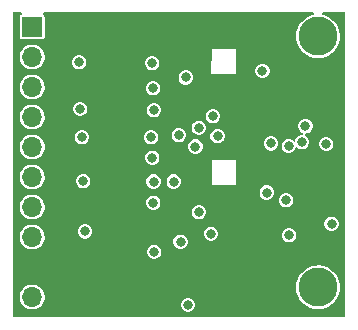
<source format=gbr>
%TF.GenerationSoftware,KiCad,Pcbnew,(5.99.0-3293-g62433736b)*%
%TF.CreationDate,2020-09-21T11:37:00+07:00*%
%TF.ProjectId,IMU_board,494d555f-626f-4617-9264-2e6b69636164,rev?*%
%TF.SameCoordinates,Original*%
%TF.FileFunction,Copper,L2,Inr*%
%TF.FilePolarity,Positive*%
%FSLAX46Y46*%
G04 Gerber Fmt 4.6, Leading zero omitted, Abs format (unit mm)*
G04 Created by KiCad (PCBNEW (5.99.0-3293-g62433736b)) date 2020-09-21 11:37:00*
%MOMM*%
%LPD*%
G01*
G04 APERTURE LIST*
%TA.AperFunction,ComponentPad*%
%ADD10R,1.700000X1.700000*%
%TD*%
%TA.AperFunction,ComponentPad*%
%ADD11O,1.700000X1.700000*%
%TD*%
%TA.AperFunction,ViaPad*%
%ADD12C,0.800000*%
%TD*%
%TA.AperFunction,ViaPad*%
%ADD13C,3.300000*%
%TD*%
G04 APERTURE END LIST*
D10*
%TO.N,LSM6D3_CS*%
%TO.C,J1*%
X125050000Y-86960000D03*
D11*
%TO.N,ICM20948_CS_3.3v*%
X125050000Y-89500000D03*
%TO.N,ICM20948_DRDY_3.3v*%
X125050000Y-92040000D03*
%TO.N,IMU_MISO_3.3v*%
X125050000Y-94580000D03*
%TO.N,MPU9250_CS*%
X125050000Y-97120000D03*
%TO.N,Net-(J1-Pad6)*%
X125050000Y-99660000D03*
%TO.N,IMU_MOSI_3.3v*%
X125050000Y-102200000D03*
%TO.N,IMU_CLK_3.3v*%
X125050000Y-104740000D03*
%TO.N,GND*%
X125050000Y-107280000D03*
%TO.N,+5V*%
X125050000Y-109820000D03*
%TD*%
D12*
%TO.N,GND*%
X150425000Y-105225000D03*
D13*
%TO.N,*%
X149250000Y-87750000D03*
X149250000Y-109000000D03*
D12*
%TO.N,MPU9250_CS*%
X140750000Y-96212500D03*
%TO.N,IMU_MOSI_3.3v*%
X139150000Y-102637500D03*
X146762500Y-97037500D03*
%TO.N,IMU_MOSI*%
X135325000Y-100050000D03*
X137025000Y-100050000D03*
%TO.N,IMU_MISO_3.3v*%
X145275000Y-96825000D03*
X138875000Y-97087500D03*
%TO.N,IMU_MISO*%
X135142500Y-96307500D03*
X137450000Y-96125000D03*
%TO.N,IMU_CLK_3.3v*%
X139162170Y-95487830D03*
X137611299Y-105138701D03*
X147875000Y-96725000D03*
%TO.N,ICM20948_DRDY*%
X140350000Y-94525000D03*
X135295000Y-92150000D03*
%TO.N,GND*%
X138100000Y-89512500D03*
X144500000Y-108775000D03*
X138325000Y-108775000D03*
X143162500Y-92962500D03*
X134950000Y-110650000D03*
X138600000Y-98725000D03*
X128800000Y-110475000D03*
X148900000Y-94550000D03*
X150100000Y-98125000D03*
X141925000Y-95962500D03*
X146400000Y-93225000D03*
X142475000Y-102612500D03*
X146662500Y-102862500D03*
%TO.N,+3V3*%
X129528799Y-104273799D03*
X129025000Y-89955000D03*
X150400000Y-103625000D03*
X149950000Y-96875000D03*
X146825000Y-104600000D03*
X129120000Y-93900000D03*
X140200000Y-104462500D03*
X129387889Y-100012111D03*
X144900000Y-100975000D03*
X138250000Y-110500000D03*
X129250000Y-96300000D03*
X146556250Y-101631250D03*
%TO.N,+1V8*%
X135225000Y-90030000D03*
X135378799Y-105998799D03*
X144550000Y-90687500D03*
X138050000Y-91237500D03*
X135345000Y-94000000D03*
X135312889Y-101837111D03*
X135227500Y-98032500D03*
%TO.N,LSM6D3_CS*%
X148187500Y-95362500D03*
%TD*%
%TA.AperFunction,Conductor*%
%TO.N,GND*%
G36*
X124105623Y-85720502D02*
G01*
X124152116Y-85774158D01*
X124162220Y-85844432D01*
X124107505Y-85931265D01*
X124055807Y-85965809D01*
X124011603Y-86031964D01*
X123996082Y-86109998D01*
X123996082Y-87810002D01*
X124011603Y-87888036D01*
X124055808Y-87954192D01*
X124121964Y-87998397D01*
X124199998Y-88013918D01*
X125900002Y-88013918D01*
X125978036Y-87998397D01*
X126044192Y-87954192D01*
X126088397Y-87888036D01*
X126103918Y-87810002D01*
X126103918Y-86109998D01*
X126088397Y-86031964D01*
X126044193Y-85965809D01*
X125992495Y-85931265D01*
X125946968Y-85876787D01*
X125938121Y-85806344D01*
X125968762Y-85742300D01*
X126062498Y-85700500D01*
X148792322Y-85700500D01*
X148860443Y-85720502D01*
X148906936Y-85774158D01*
X148917040Y-85844432D01*
X148887546Y-85909012D01*
X148818519Y-85949747D01*
X148703679Y-85974157D01*
X148397839Y-86098968D01*
X148380455Y-86110000D01*
X148118933Y-86275966D01*
X147875782Y-86499555D01*
X147749601Y-86665793D01*
X147676065Y-86762673D01*
X147526100Y-87056997D01*
X147430625Y-87373225D01*
X147392658Y-87701364D01*
X147413399Y-88031039D01*
X147452333Y-88189550D01*
X147492192Y-88351831D01*
X147626550Y-88653602D01*
X147649281Y-88687049D01*
X147801946Y-88911688D01*
X147812222Y-88926809D01*
X148043340Y-89162819D01*
X148312598Y-89354171D01*
X148611485Y-89494816D01*
X148611487Y-89494817D01*
X148611488Y-89494817D01*
X148930559Y-89580312D01*
X149095143Y-89594133D01*
X149259726Y-89607954D01*
X149259728Y-89607954D01*
X149369349Y-89597592D01*
X149588594Y-89576867D01*
X149843117Y-89505801D01*
X149906749Y-89488035D01*
X150094978Y-89397042D01*
X150204148Y-89344268D01*
X150471389Y-89150105D01*
X150700024Y-88911687D01*
X150882823Y-88636553D01*
X150945331Y-88492105D01*
X151014013Y-88333391D01*
X151089443Y-88011792D01*
X151100623Y-87584836D01*
X151042127Y-87259729D01*
X150926985Y-86950119D01*
X150758834Y-86665793D01*
X150542991Y-86415736D01*
X150286279Y-86207855D01*
X150108282Y-86110000D01*
X149996815Y-86048720D01*
X149996814Y-86048720D01*
X149996811Y-86048718D01*
X149691350Y-85945919D01*
X149633167Y-85905234D01*
X149606217Y-85839551D01*
X149619055Y-85769725D01*
X149667606Y-85717925D01*
X149731539Y-85700500D01*
X151549501Y-85700500D01*
X151549500Y-111549500D01*
X123450500Y-111549500D01*
X123450500Y-109908289D01*
X123998620Y-109908289D01*
X124035791Y-110110817D01*
X124111596Y-110302279D01*
X124223139Y-110475359D01*
X124366182Y-110623484D01*
X124535269Y-110741003D01*
X124723962Y-110823441D01*
X124925077Y-110867659D01*
X125130943Y-110871970D01*
X125130945Y-110871970D01*
X125210436Y-110857954D01*
X125333731Y-110836215D01*
X125525715Y-110761748D01*
X125699570Y-110651415D01*
X125699572Y-110651414D01*
X125848690Y-110509411D01*
X125922421Y-110404890D01*
X137649500Y-110404890D01*
X137649500Y-110595110D01*
X137708281Y-110776019D01*
X137820090Y-110929910D01*
X137973981Y-111041719D01*
X138154890Y-111100500D01*
X138345110Y-111100500D01*
X138526019Y-111041719D01*
X138679910Y-110929910D01*
X138791719Y-110776019D01*
X138850500Y-110595110D01*
X138850500Y-110404890D01*
X138791719Y-110223981D01*
X138679910Y-110070090D01*
X138526019Y-109958281D01*
X138345110Y-109899500D01*
X138154890Y-109899500D01*
X137973981Y-109958281D01*
X137820090Y-110070090D01*
X137708281Y-110223981D01*
X137649500Y-110404890D01*
X125922421Y-110404890D01*
X125967387Y-110341148D01*
X126051140Y-110153035D01*
X126096760Y-109952237D01*
X126100045Y-109717042D01*
X126077233Y-109601831D01*
X126060050Y-109515050D01*
X125981579Y-109324668D01*
X125867629Y-109153160D01*
X125722535Y-109007049D01*
X125722533Y-109007047D01*
X125639981Y-108951364D01*
X147392658Y-108951364D01*
X147413399Y-109281039D01*
X147424116Y-109324670D01*
X147492192Y-109601831D01*
X147626550Y-109903602D01*
X147663710Y-109958281D01*
X147801946Y-110161688D01*
X147812222Y-110176809D01*
X148043340Y-110412819D01*
X148312598Y-110604171D01*
X148611485Y-110744816D01*
X148611487Y-110744817D01*
X148611488Y-110744817D01*
X148930559Y-110830312D01*
X149095144Y-110844133D01*
X149259726Y-110857954D01*
X149259728Y-110857954D01*
X149369349Y-110847592D01*
X149588594Y-110826867D01*
X149843117Y-110755801D01*
X149906749Y-110738035D01*
X150085934Y-110651414D01*
X150204148Y-110594268D01*
X150471389Y-110400105D01*
X150700024Y-110161687D01*
X150882823Y-109886553D01*
X150962517Y-109702391D01*
X151014013Y-109583391D01*
X151089443Y-109261792D01*
X151100623Y-108834836D01*
X151042127Y-108509729D01*
X150926985Y-108200119D01*
X150758834Y-107915793D01*
X150542991Y-107665736D01*
X150286279Y-107457855D01*
X149996811Y-107298718D01*
X149683737Y-107193357D01*
X149683734Y-107193356D01*
X149356956Y-107145102D01*
X149356953Y-107145102D01*
X149026788Y-107155478D01*
X148703679Y-107224157D01*
X148397839Y-107348968D01*
X148397836Y-107348970D01*
X148118933Y-107525966D01*
X147875782Y-107749555D01*
X147749601Y-107915793D01*
X147676065Y-108012673D01*
X147526100Y-108306997D01*
X147430625Y-108623225D01*
X147392658Y-108951364D01*
X125639981Y-108951364D01*
X125551822Y-108891900D01*
X125361996Y-108812105D01*
X125361995Y-108812105D01*
X125361993Y-108812104D01*
X125160289Y-108770700D01*
X125005853Y-108769621D01*
X124954375Y-108769262D01*
X124954374Y-108769262D01*
X124752106Y-108807847D01*
X124685307Y-108834836D01*
X124561186Y-108884984D01*
X124388883Y-108997736D01*
X124241762Y-109141808D01*
X124125426Y-109311711D01*
X124044308Y-109500976D01*
X124001495Y-109702391D01*
X123998924Y-109886553D01*
X123998620Y-109908289D01*
X123450500Y-109908289D01*
X123450500Y-105903689D01*
X134778299Y-105903689D01*
X134778299Y-106093909D01*
X134837080Y-106274818D01*
X134948889Y-106428709D01*
X135102780Y-106540518D01*
X135283689Y-106599299D01*
X135473909Y-106599299D01*
X135654818Y-106540518D01*
X135808709Y-106428709D01*
X135920518Y-106274818D01*
X135979299Y-106093909D01*
X135979299Y-105903689D01*
X135920518Y-105722780D01*
X135808709Y-105568889D01*
X135654818Y-105457080D01*
X135473909Y-105398299D01*
X135283689Y-105398299D01*
X135102780Y-105457080D01*
X134948889Y-105568889D01*
X134837080Y-105722780D01*
X134778299Y-105903689D01*
X123450500Y-105903689D01*
X123450500Y-104828289D01*
X123998620Y-104828289D01*
X124035791Y-105030817D01*
X124111596Y-105222279D01*
X124223139Y-105395359D01*
X124366182Y-105543484D01*
X124535269Y-105661003D01*
X124723962Y-105743441D01*
X124925077Y-105787659D01*
X125130943Y-105791970D01*
X125130945Y-105791970D01*
X125191736Y-105781251D01*
X125333731Y-105756215D01*
X125525715Y-105681748D01*
X125699570Y-105571415D01*
X125699572Y-105571414D01*
X125848690Y-105429411D01*
X125859054Y-105414720D01*
X125967386Y-105261149D01*
X125967387Y-105261148D01*
X126051140Y-105073035D01*
X126057829Y-105043591D01*
X137010799Y-105043591D01*
X137010799Y-105233811D01*
X137069580Y-105414720D01*
X137181389Y-105568611D01*
X137335280Y-105680420D01*
X137516189Y-105739201D01*
X137706409Y-105739201D01*
X137887318Y-105680420D01*
X138041209Y-105568611D01*
X138153018Y-105414720D01*
X138211799Y-105233811D01*
X138211799Y-105043591D01*
X138153018Y-104862682D01*
X138041209Y-104708791D01*
X137887318Y-104596982D01*
X137706409Y-104538201D01*
X137516189Y-104538201D01*
X137335280Y-104596982D01*
X137181389Y-104708791D01*
X137069580Y-104862682D01*
X137010799Y-105043591D01*
X126057829Y-105043591D01*
X126096760Y-104872237D01*
X126100045Y-104637042D01*
X126084317Y-104557610D01*
X126060050Y-104435050D01*
X125981579Y-104244668D01*
X125937743Y-104178689D01*
X128928299Y-104178689D01*
X128928299Y-104368909D01*
X128987080Y-104549818D01*
X129098889Y-104703709D01*
X129252780Y-104815518D01*
X129433689Y-104874299D01*
X129623909Y-104874299D01*
X129804818Y-104815518D01*
X129958709Y-104703709D01*
X130070518Y-104549818D01*
X130129299Y-104368909D01*
X130129299Y-104367390D01*
X139599500Y-104367390D01*
X139599500Y-104557610D01*
X139658281Y-104738519D01*
X139770090Y-104892410D01*
X139923981Y-105004219D01*
X140104890Y-105063000D01*
X140295110Y-105063000D01*
X140476019Y-105004219D01*
X140629910Y-104892410D01*
X140741719Y-104738519D01*
X140800500Y-104557610D01*
X140800500Y-104504890D01*
X146224500Y-104504890D01*
X146224500Y-104695110D01*
X146283281Y-104876019D01*
X146395090Y-105029910D01*
X146548981Y-105141719D01*
X146729890Y-105200500D01*
X146920110Y-105200500D01*
X147101019Y-105141719D01*
X147254910Y-105029910D01*
X147366719Y-104876019D01*
X147425500Y-104695110D01*
X147425500Y-104504890D01*
X147366719Y-104323981D01*
X147254910Y-104170090D01*
X147101019Y-104058281D01*
X146920110Y-103999500D01*
X146729890Y-103999500D01*
X146548981Y-104058281D01*
X146395090Y-104170090D01*
X146283281Y-104323981D01*
X146224500Y-104504890D01*
X140800500Y-104504890D01*
X140800500Y-104367390D01*
X140741719Y-104186481D01*
X140629910Y-104032590D01*
X140476019Y-103920781D01*
X140295110Y-103862000D01*
X140104890Y-103862000D01*
X139923981Y-103920781D01*
X139770090Y-104032590D01*
X139658281Y-104186481D01*
X139599500Y-104367390D01*
X130129299Y-104367390D01*
X130129299Y-104178689D01*
X130070518Y-103997780D01*
X129958709Y-103843889D01*
X129804818Y-103732080D01*
X129623909Y-103673299D01*
X129433689Y-103673299D01*
X129252780Y-103732080D01*
X129098889Y-103843889D01*
X128987080Y-103997780D01*
X128928299Y-104178689D01*
X125937743Y-104178689D01*
X125867629Y-104073160D01*
X125722535Y-103927049D01*
X125722533Y-103927047D01*
X125551822Y-103811900D01*
X125361996Y-103732105D01*
X125361995Y-103732105D01*
X125361993Y-103732104D01*
X125160289Y-103690700D01*
X125005853Y-103689621D01*
X124954375Y-103689262D01*
X124954374Y-103689262D01*
X124752106Y-103727847D01*
X124656646Y-103766416D01*
X124561186Y-103804984D01*
X124388883Y-103917736D01*
X124241762Y-104061808D01*
X124125426Y-104231711D01*
X124044308Y-104420976D01*
X124026471Y-104504890D01*
X124001495Y-104622391D01*
X123998620Y-104828289D01*
X123450500Y-104828289D01*
X123450500Y-103529890D01*
X149799500Y-103529890D01*
X149799500Y-103720110D01*
X149858281Y-103901019D01*
X149970090Y-104054910D01*
X150123981Y-104166719D01*
X150304890Y-104225500D01*
X150495110Y-104225500D01*
X150676019Y-104166719D01*
X150829910Y-104054910D01*
X150941719Y-103901019D01*
X151000500Y-103720110D01*
X151000500Y-103529890D01*
X150941719Y-103348981D01*
X150829910Y-103195090D01*
X150676019Y-103083281D01*
X150495110Y-103024500D01*
X150304890Y-103024500D01*
X150123981Y-103083281D01*
X149970090Y-103195090D01*
X149858281Y-103348981D01*
X149799500Y-103529890D01*
X123450500Y-103529890D01*
X123450500Y-102288289D01*
X123998620Y-102288289D01*
X124035791Y-102490817D01*
X124111596Y-102682279D01*
X124223139Y-102855359D01*
X124366182Y-103003484D01*
X124535269Y-103121003D01*
X124723962Y-103203441D01*
X124925077Y-103247659D01*
X125130943Y-103251970D01*
X125130945Y-103251970D01*
X125210175Y-103238000D01*
X125333731Y-103216215D01*
X125525715Y-103141748D01*
X125699570Y-103031415D01*
X125699572Y-103031414D01*
X125848690Y-102889411D01*
X125967387Y-102721148D01*
X126046974Y-102542390D01*
X138549500Y-102542390D01*
X138549500Y-102732610D01*
X138608281Y-102913519D01*
X138720090Y-103067410D01*
X138873981Y-103179219D01*
X139054890Y-103238000D01*
X139245110Y-103238000D01*
X139426019Y-103179219D01*
X139579910Y-103067410D01*
X139691719Y-102913519D01*
X139750500Y-102732610D01*
X139750500Y-102542390D01*
X139691719Y-102361481D01*
X139579910Y-102207590D01*
X139426019Y-102095781D01*
X139245110Y-102037000D01*
X139054890Y-102037000D01*
X138873981Y-102095781D01*
X138720090Y-102207590D01*
X138608281Y-102361481D01*
X138549500Y-102542390D01*
X126046974Y-102542390D01*
X126051140Y-102533035D01*
X126096760Y-102332237D01*
X126100045Y-102097042D01*
X126100045Y-102097040D01*
X126060050Y-101895050D01*
X125996967Y-101742001D01*
X134712389Y-101742001D01*
X134712389Y-101932221D01*
X134771170Y-102113130D01*
X134882979Y-102267021D01*
X135036870Y-102378830D01*
X135217779Y-102437611D01*
X135407999Y-102437611D01*
X135588908Y-102378830D01*
X135742799Y-102267021D01*
X135854608Y-102113130D01*
X135913389Y-101932221D01*
X135913389Y-101742001D01*
X135854608Y-101561092D01*
X135742799Y-101407201D01*
X135588908Y-101295392D01*
X135407999Y-101236611D01*
X135217779Y-101236611D01*
X135036870Y-101295392D01*
X134882979Y-101407201D01*
X134771170Y-101561092D01*
X134712389Y-101742001D01*
X125996967Y-101742001D01*
X125981579Y-101704668D01*
X125867629Y-101533160D01*
X125722535Y-101387049D01*
X125722533Y-101387047D01*
X125551822Y-101271900D01*
X125361996Y-101192105D01*
X125361995Y-101192105D01*
X125361993Y-101192104D01*
X125160289Y-101150700D01*
X125005853Y-101149622D01*
X124954375Y-101149262D01*
X124954374Y-101149262D01*
X124752106Y-101187847D01*
X124656647Y-101226415D01*
X124561186Y-101264984D01*
X124388883Y-101377736D01*
X124241762Y-101521808D01*
X124125426Y-101691711D01*
X124044308Y-101880976D01*
X124011143Y-102037000D01*
X124001495Y-102082391D01*
X123998620Y-102288289D01*
X123450500Y-102288289D01*
X123450500Y-100879890D01*
X144299500Y-100879890D01*
X144299500Y-101070110D01*
X144358281Y-101251019D01*
X144470090Y-101404910D01*
X144623981Y-101516719D01*
X144804890Y-101575500D01*
X144995110Y-101575500D01*
X145116247Y-101536140D01*
X145955750Y-101536140D01*
X145955750Y-101726360D01*
X146014531Y-101907269D01*
X146126340Y-102061160D01*
X146280231Y-102172969D01*
X146461140Y-102231750D01*
X146651360Y-102231750D01*
X146832269Y-102172969D01*
X146986160Y-102061160D01*
X147097969Y-101907269D01*
X147156750Y-101726360D01*
X147156750Y-101536140D01*
X147097969Y-101355231D01*
X146986160Y-101201340D01*
X146832269Y-101089531D01*
X146651360Y-101030750D01*
X146461140Y-101030750D01*
X146280231Y-101089531D01*
X146126340Y-101201340D01*
X146014531Y-101355231D01*
X145955750Y-101536140D01*
X145116247Y-101536140D01*
X145176019Y-101516719D01*
X145329910Y-101404910D01*
X145441719Y-101251019D01*
X145500500Y-101070110D01*
X145500500Y-100879890D01*
X145441719Y-100698981D01*
X145329910Y-100545090D01*
X145176019Y-100433281D01*
X144995110Y-100374500D01*
X144804890Y-100374500D01*
X144623981Y-100433281D01*
X144470090Y-100545090D01*
X144358281Y-100698981D01*
X144299500Y-100879890D01*
X123450500Y-100879890D01*
X123450500Y-99748289D01*
X123998620Y-99748289D01*
X124035791Y-99950817D01*
X124111596Y-100142279D01*
X124223139Y-100315359D01*
X124366182Y-100463484D01*
X124535269Y-100581003D01*
X124723962Y-100663441D01*
X124925077Y-100707659D01*
X125130943Y-100711970D01*
X125130945Y-100711970D01*
X125204611Y-100698981D01*
X125333731Y-100676215D01*
X125525715Y-100601748D01*
X125699570Y-100491415D01*
X125699572Y-100491414D01*
X125848690Y-100349411D01*
X125865192Y-100326019D01*
X125967386Y-100181149D01*
X125967387Y-100181148D01*
X126051140Y-99993035D01*
X126068414Y-99917001D01*
X128787389Y-99917001D01*
X128787389Y-100107221D01*
X128846170Y-100288130D01*
X128957979Y-100442021D01*
X129111870Y-100553830D01*
X129292779Y-100612611D01*
X129482999Y-100612611D01*
X129663908Y-100553830D01*
X129817799Y-100442021D01*
X129929608Y-100288130D01*
X129988389Y-100107221D01*
X129988389Y-99954890D01*
X134724500Y-99954890D01*
X134724500Y-100145110D01*
X134783281Y-100326019D01*
X134895090Y-100479910D01*
X135048981Y-100591719D01*
X135229890Y-100650500D01*
X135420110Y-100650500D01*
X135601019Y-100591719D01*
X135754910Y-100479910D01*
X135866719Y-100326019D01*
X135925500Y-100145110D01*
X135925500Y-99954890D01*
X136424500Y-99954890D01*
X136424500Y-100145110D01*
X136483281Y-100326019D01*
X136595090Y-100479910D01*
X136748981Y-100591719D01*
X136929890Y-100650500D01*
X137120110Y-100650500D01*
X137301019Y-100591719D01*
X137454910Y-100479910D01*
X137566719Y-100326019D01*
X137625500Y-100145110D01*
X137625500Y-99954890D01*
X137566719Y-99773981D01*
X137454910Y-99620090D01*
X137301019Y-99508281D01*
X137120110Y-99449500D01*
X136929890Y-99449500D01*
X136748981Y-99508281D01*
X136595090Y-99620090D01*
X136483281Y-99773981D01*
X136424500Y-99954890D01*
X135925500Y-99954890D01*
X135866719Y-99773981D01*
X135754910Y-99620090D01*
X135601019Y-99508281D01*
X135420110Y-99449500D01*
X135229890Y-99449500D01*
X135048981Y-99508281D01*
X134895090Y-99620090D01*
X134783281Y-99773981D01*
X134724500Y-99954890D01*
X129988389Y-99954890D01*
X129988389Y-99917001D01*
X129929608Y-99736092D01*
X129817799Y-99582201D01*
X129663908Y-99470392D01*
X129482999Y-99411611D01*
X129292779Y-99411611D01*
X129111870Y-99470392D01*
X128957979Y-99582201D01*
X128846170Y-99736092D01*
X128787389Y-99917001D01*
X126068414Y-99917001D01*
X126096760Y-99792237D01*
X126100045Y-99557042D01*
X126082888Y-99470392D01*
X126060050Y-99355050D01*
X125981579Y-99164668D01*
X125867629Y-98993160D01*
X125722535Y-98847049D01*
X125722533Y-98847047D01*
X125551822Y-98731900D01*
X125361996Y-98652105D01*
X125361995Y-98652105D01*
X125361993Y-98652104D01*
X125160289Y-98610700D01*
X125005853Y-98609621D01*
X124954375Y-98609262D01*
X124954374Y-98609262D01*
X124752106Y-98647847D01*
X124656647Y-98686415D01*
X124561186Y-98724984D01*
X124388883Y-98837736D01*
X124241762Y-98981808D01*
X124125426Y-99151711D01*
X124044308Y-99340976D01*
X124001495Y-99542391D01*
X123998620Y-99748289D01*
X123450500Y-99748289D01*
X123450500Y-97208289D01*
X123998620Y-97208289D01*
X124035791Y-97410817D01*
X124111596Y-97602279D01*
X124223139Y-97775359D01*
X124366182Y-97923484D01*
X124535269Y-98041003D01*
X124723962Y-98123441D01*
X124925077Y-98167659D01*
X125130943Y-98171970D01*
X125130945Y-98171970D01*
X125191736Y-98161251D01*
X125333731Y-98136215D01*
X125525715Y-98061748D01*
X125699570Y-97951415D01*
X125699572Y-97951414D01*
X125714298Y-97937390D01*
X134627000Y-97937390D01*
X134627000Y-98127610D01*
X134685781Y-98308519D01*
X134797590Y-98462410D01*
X134951481Y-98574219D01*
X135132390Y-98633000D01*
X135322610Y-98633000D01*
X135503519Y-98574219D01*
X135657410Y-98462410D01*
X135769219Y-98308519D01*
X135808540Y-98187500D01*
X140250000Y-98187500D01*
X140250000Y-100312500D01*
X142300000Y-100362500D01*
X142325000Y-98187500D01*
X140250000Y-98187500D01*
X135808540Y-98187500D01*
X135828000Y-98127610D01*
X135828000Y-97937390D01*
X135769219Y-97756481D01*
X135657410Y-97602590D01*
X135503519Y-97490781D01*
X135322610Y-97432000D01*
X135132390Y-97432000D01*
X134951481Y-97490781D01*
X134797590Y-97602590D01*
X134685781Y-97756481D01*
X134627000Y-97937390D01*
X125714298Y-97937390D01*
X125848690Y-97809411D01*
X125967387Y-97641148D01*
X126051140Y-97453035D01*
X126096760Y-97252237D01*
X126100045Y-97017042D01*
X126097144Y-97002391D01*
X126095164Y-96992390D01*
X138274500Y-96992390D01*
X138274500Y-97182610D01*
X138333281Y-97363519D01*
X138445090Y-97517410D01*
X138598981Y-97629219D01*
X138779890Y-97688000D01*
X138970110Y-97688000D01*
X139151019Y-97629219D01*
X139304910Y-97517410D01*
X139416719Y-97363519D01*
X139475500Y-97182610D01*
X139475500Y-96992390D01*
X139416719Y-96811481D01*
X139304910Y-96657590D01*
X139151019Y-96545781D01*
X138970110Y-96487000D01*
X138779890Y-96487000D01*
X138598981Y-96545781D01*
X138445090Y-96657590D01*
X138333281Y-96811481D01*
X138274500Y-96992390D01*
X126095164Y-96992390D01*
X126060050Y-96815050D01*
X126020814Y-96719859D01*
X125981580Y-96624670D01*
X125970232Y-96607590D01*
X125867629Y-96453160D01*
X125722535Y-96307049D01*
X125722533Y-96307047D01*
X125571081Y-96204890D01*
X128649500Y-96204890D01*
X128649500Y-96395110D01*
X128708281Y-96576019D01*
X128820090Y-96729910D01*
X128973981Y-96841719D01*
X129154890Y-96900500D01*
X129345110Y-96900500D01*
X129526019Y-96841719D01*
X129679910Y-96729910D01*
X129791719Y-96576019D01*
X129850500Y-96395110D01*
X129850500Y-96212390D01*
X134542000Y-96212390D01*
X134542000Y-96402610D01*
X134600781Y-96583519D01*
X134712590Y-96737410D01*
X134866481Y-96849219D01*
X135047390Y-96908000D01*
X135237610Y-96908000D01*
X135418519Y-96849219D01*
X135572410Y-96737410D01*
X135684219Y-96583519D01*
X135743000Y-96402610D01*
X135743000Y-96212390D01*
X135684219Y-96031481D01*
X135683064Y-96029890D01*
X136849500Y-96029890D01*
X136849500Y-96220110D01*
X136908281Y-96401019D01*
X137020090Y-96554910D01*
X137173981Y-96666719D01*
X137354890Y-96725500D01*
X137545110Y-96725500D01*
X137726019Y-96666719D01*
X137879910Y-96554910D01*
X137991719Y-96401019D01*
X138050500Y-96220110D01*
X138050500Y-96117390D01*
X140149500Y-96117390D01*
X140149500Y-96307610D01*
X140208281Y-96488519D01*
X140320090Y-96642410D01*
X140473981Y-96754219D01*
X140654890Y-96813000D01*
X140845110Y-96813000D01*
X141026019Y-96754219D01*
X141059504Y-96729890D01*
X144674500Y-96729890D01*
X144674500Y-96920110D01*
X144733281Y-97101019D01*
X144845090Y-97254910D01*
X144998981Y-97366719D01*
X145179890Y-97425500D01*
X145370110Y-97425500D01*
X145551019Y-97366719D01*
X145704910Y-97254910D01*
X145816719Y-97101019D01*
X145868260Y-96942390D01*
X146162000Y-96942390D01*
X146162000Y-97132610D01*
X146220781Y-97313519D01*
X146332590Y-97467410D01*
X146486481Y-97579219D01*
X146667390Y-97638000D01*
X146857610Y-97638000D01*
X147038519Y-97579219D01*
X147192410Y-97467410D01*
X147304219Y-97313519D01*
X147372817Y-97102399D01*
X147445089Y-97154908D01*
X147445090Y-97154910D01*
X147598981Y-97266719D01*
X147779890Y-97325500D01*
X147970110Y-97325500D01*
X148151019Y-97266719D01*
X148304910Y-97154910D01*
X148416719Y-97001019D01*
X148475500Y-96820110D01*
X148475500Y-96779890D01*
X149349500Y-96779890D01*
X149349500Y-96970110D01*
X149408281Y-97151019D01*
X149520090Y-97304910D01*
X149673981Y-97416719D01*
X149854890Y-97475500D01*
X150045110Y-97475500D01*
X150226019Y-97416719D01*
X150379910Y-97304910D01*
X150491719Y-97151019D01*
X150550500Y-96970110D01*
X150550500Y-96779890D01*
X150491719Y-96598981D01*
X150379910Y-96445090D01*
X150226019Y-96333281D01*
X150045110Y-96274500D01*
X149854890Y-96274500D01*
X149673981Y-96333281D01*
X149520090Y-96445090D01*
X149408281Y-96598981D01*
X149349500Y-96779890D01*
X148475500Y-96779890D01*
X148475500Y-96629890D01*
X148416719Y-96448981D01*
X148304910Y-96295090D01*
X148161555Y-96190936D01*
X148118201Y-96134714D01*
X148112126Y-96063977D01*
X148145258Y-96001186D01*
X148235616Y-95963000D01*
X148282610Y-95963000D01*
X148463519Y-95904219D01*
X148617410Y-95792410D01*
X148729219Y-95638519D01*
X148788000Y-95457610D01*
X148788000Y-95267390D01*
X148729219Y-95086481D01*
X148617410Y-94932590D01*
X148463519Y-94820781D01*
X148282610Y-94762000D01*
X148092390Y-94762000D01*
X147911481Y-94820781D01*
X147757590Y-94932590D01*
X147645781Y-95086481D01*
X147587000Y-95267390D01*
X147587000Y-95457610D01*
X147645781Y-95638519D01*
X147757590Y-95792410D01*
X147900945Y-95896564D01*
X147944299Y-95952786D01*
X147950374Y-96023523D01*
X147917242Y-96086314D01*
X147826884Y-96124500D01*
X147779890Y-96124500D01*
X147598981Y-96183281D01*
X147445090Y-96295090D01*
X147333281Y-96448981D01*
X147264683Y-96660101D01*
X147192411Y-96607592D01*
X147192410Y-96607590D01*
X147038519Y-96495781D01*
X146857610Y-96437000D01*
X146667390Y-96437000D01*
X146486481Y-96495781D01*
X146332590Y-96607590D01*
X146220781Y-96761481D01*
X146162000Y-96942390D01*
X145868260Y-96942390D01*
X145875500Y-96920110D01*
X145875500Y-96729890D01*
X145816719Y-96548981D01*
X145704910Y-96395090D01*
X145551019Y-96283281D01*
X145370110Y-96224500D01*
X145179890Y-96224500D01*
X144998981Y-96283281D01*
X144845090Y-96395090D01*
X144733281Y-96548981D01*
X144674500Y-96729890D01*
X141059504Y-96729890D01*
X141179910Y-96642410D01*
X141291719Y-96488519D01*
X141350500Y-96307610D01*
X141350500Y-96117390D01*
X141291719Y-95936481D01*
X141179910Y-95782590D01*
X141026019Y-95670781D01*
X140845110Y-95612000D01*
X140654890Y-95612000D01*
X140473981Y-95670781D01*
X140320090Y-95782590D01*
X140208281Y-95936481D01*
X140149500Y-96117390D01*
X138050500Y-96117390D01*
X138050500Y-96029890D01*
X137991719Y-95848981D01*
X137879910Y-95695090D01*
X137726019Y-95583281D01*
X137545110Y-95524500D01*
X137354890Y-95524500D01*
X137173981Y-95583281D01*
X137020090Y-95695090D01*
X136908281Y-95848981D01*
X136849500Y-96029890D01*
X135683064Y-96029890D01*
X135572410Y-95877590D01*
X135418519Y-95765781D01*
X135237610Y-95707000D01*
X135047390Y-95707000D01*
X134866481Y-95765781D01*
X134712590Y-95877590D01*
X134600781Y-96031481D01*
X134542000Y-96212390D01*
X129850500Y-96212390D01*
X129850500Y-96204890D01*
X129791719Y-96023981D01*
X129679910Y-95870090D01*
X129526019Y-95758281D01*
X129345110Y-95699500D01*
X129154890Y-95699500D01*
X128973981Y-95758281D01*
X128820090Y-95870090D01*
X128708281Y-96023981D01*
X128649500Y-96204890D01*
X125571081Y-96204890D01*
X125551822Y-96191900D01*
X125361996Y-96112105D01*
X125361995Y-96112105D01*
X125361993Y-96112104D01*
X125160289Y-96070700D01*
X125005853Y-96069622D01*
X124954375Y-96069262D01*
X124954374Y-96069262D01*
X124752106Y-96107847D01*
X124656646Y-96146416D01*
X124561186Y-96184984D01*
X124388883Y-96297736D01*
X124241762Y-96441808D01*
X124125426Y-96611711D01*
X124044308Y-96800976D01*
X124023153Y-96900500D01*
X124001495Y-97002391D01*
X123998620Y-97208289D01*
X123450500Y-97208289D01*
X123450500Y-94668289D01*
X123998620Y-94668289D01*
X124035791Y-94870817D01*
X124111596Y-95062279D01*
X124223139Y-95235359D01*
X124366182Y-95383484D01*
X124535269Y-95501003D01*
X124723962Y-95583441D01*
X124925077Y-95627659D01*
X125130943Y-95631970D01*
X125130945Y-95631970D01*
X125191736Y-95621251D01*
X125333731Y-95596215D01*
X125525715Y-95521748D01*
X125699570Y-95411415D01*
X125699572Y-95411414D01*
X125719202Y-95392720D01*
X138561670Y-95392720D01*
X138561670Y-95582940D01*
X138620451Y-95763849D01*
X138732260Y-95917740D01*
X138886151Y-96029549D01*
X139067060Y-96088330D01*
X139257280Y-96088330D01*
X139438189Y-96029549D01*
X139592080Y-95917740D01*
X139703889Y-95763849D01*
X139762670Y-95582940D01*
X139762670Y-95392720D01*
X139703889Y-95211811D01*
X139592080Y-95057920D01*
X139438189Y-94946111D01*
X139257280Y-94887330D01*
X139067060Y-94887330D01*
X138886151Y-94946111D01*
X138732260Y-95057920D01*
X138620451Y-95211811D01*
X138561670Y-95392720D01*
X125719202Y-95392720D01*
X125848690Y-95269411D01*
X125967387Y-95101148D01*
X126051140Y-94913035D01*
X126096760Y-94712237D01*
X126100045Y-94477042D01*
X126090709Y-94429890D01*
X126060050Y-94275050D01*
X125981579Y-94084668D01*
X125867629Y-93913160D01*
X125760113Y-93804890D01*
X128519500Y-93804890D01*
X128519500Y-93995110D01*
X128578281Y-94176019D01*
X128690090Y-94329910D01*
X128843981Y-94441719D01*
X129024890Y-94500500D01*
X129215110Y-94500500D01*
X129396019Y-94441719D01*
X129549910Y-94329910D01*
X129661719Y-94176019D01*
X129720500Y-93995110D01*
X129720500Y-93904890D01*
X134744500Y-93904890D01*
X134744500Y-94095110D01*
X134803281Y-94276019D01*
X134915090Y-94429910D01*
X135068981Y-94541719D01*
X135249890Y-94600500D01*
X135440110Y-94600500D01*
X135621019Y-94541719D01*
X135774910Y-94429910D01*
X135774924Y-94429890D01*
X139749500Y-94429890D01*
X139749500Y-94620110D01*
X139808281Y-94801019D01*
X139920090Y-94954910D01*
X140073981Y-95066719D01*
X140254890Y-95125500D01*
X140445110Y-95125500D01*
X140626019Y-95066719D01*
X140779910Y-94954910D01*
X140891719Y-94801019D01*
X140950500Y-94620110D01*
X140950500Y-94429890D01*
X140891719Y-94248981D01*
X140779910Y-94095090D01*
X140626019Y-93983281D01*
X140445110Y-93924500D01*
X140254890Y-93924500D01*
X140073981Y-93983281D01*
X139920090Y-94095090D01*
X139808281Y-94248981D01*
X139749500Y-94429890D01*
X135774924Y-94429890D01*
X135886719Y-94276019D01*
X135945500Y-94095110D01*
X135945500Y-93904890D01*
X135886719Y-93723981D01*
X135774910Y-93570090D01*
X135621019Y-93458281D01*
X135440110Y-93399500D01*
X135249890Y-93399500D01*
X135068981Y-93458281D01*
X134915090Y-93570090D01*
X134803281Y-93723981D01*
X134744500Y-93904890D01*
X129720500Y-93904890D01*
X129720500Y-93804890D01*
X129661719Y-93623981D01*
X129549910Y-93470090D01*
X129396019Y-93358281D01*
X129215110Y-93299500D01*
X129024890Y-93299500D01*
X128843981Y-93358281D01*
X128690090Y-93470090D01*
X128578281Y-93623981D01*
X128519500Y-93804890D01*
X125760113Y-93804890D01*
X125722535Y-93767049D01*
X125722533Y-93767047D01*
X125551822Y-93651900D01*
X125361996Y-93572105D01*
X125361995Y-93572105D01*
X125361993Y-93572104D01*
X125160289Y-93530700D01*
X125005853Y-93529622D01*
X124954375Y-93529262D01*
X124954374Y-93529262D01*
X124752106Y-93567847D01*
X124656646Y-93606416D01*
X124561186Y-93644984D01*
X124388883Y-93757736D01*
X124241762Y-93901808D01*
X124125426Y-94071711D01*
X124044308Y-94260976D01*
X124008399Y-94429910D01*
X124001495Y-94462391D01*
X123998620Y-94668289D01*
X123450500Y-94668289D01*
X123450500Y-92128289D01*
X123998620Y-92128289D01*
X124035791Y-92330817D01*
X124111596Y-92522279D01*
X124223139Y-92695359D01*
X124366182Y-92843484D01*
X124535269Y-92961003D01*
X124723962Y-93043441D01*
X124925077Y-93087659D01*
X125130943Y-93091970D01*
X125130945Y-93091970D01*
X125191736Y-93081251D01*
X125333731Y-93056215D01*
X125525715Y-92981748D01*
X125699570Y-92871415D01*
X125699572Y-92871414D01*
X125848690Y-92729411D01*
X125967387Y-92561148D01*
X126051140Y-92373035D01*
X126096760Y-92172237D01*
X126098399Y-92054890D01*
X134694500Y-92054890D01*
X134694500Y-92245110D01*
X134753281Y-92426019D01*
X134865090Y-92579910D01*
X135018981Y-92691719D01*
X135199890Y-92750500D01*
X135390110Y-92750500D01*
X135571019Y-92691719D01*
X135724910Y-92579910D01*
X135836719Y-92426019D01*
X135895500Y-92245110D01*
X135895500Y-92054890D01*
X135836719Y-91873981D01*
X135724910Y-91720090D01*
X135571019Y-91608281D01*
X135390110Y-91549500D01*
X135199890Y-91549500D01*
X135018981Y-91608281D01*
X134865090Y-91720090D01*
X134753281Y-91873981D01*
X134694500Y-92054890D01*
X126098399Y-92054890D01*
X126100045Y-91937042D01*
X126087559Y-91873981D01*
X126060050Y-91735050D01*
X125981579Y-91544668D01*
X125867629Y-91373160D01*
X125722535Y-91227049D01*
X125722533Y-91227047D01*
X125597025Y-91142390D01*
X137449500Y-91142390D01*
X137449500Y-91332610D01*
X137508281Y-91513519D01*
X137620090Y-91667410D01*
X137773981Y-91779219D01*
X137954890Y-91838000D01*
X138145110Y-91838000D01*
X138326019Y-91779219D01*
X138479910Y-91667410D01*
X138591719Y-91513519D01*
X138650500Y-91332610D01*
X138650500Y-91142390D01*
X138591719Y-90961481D01*
X138574296Y-90937500D01*
X140225000Y-90937500D01*
X142275000Y-90937500D01*
X142275000Y-90592390D01*
X143949500Y-90592390D01*
X143949500Y-90782610D01*
X144008281Y-90963519D01*
X144120090Y-91117410D01*
X144273981Y-91229219D01*
X144454890Y-91288000D01*
X144645110Y-91288000D01*
X144826019Y-91229219D01*
X144979910Y-91117410D01*
X145091719Y-90963519D01*
X145150500Y-90782610D01*
X145150500Y-90592390D01*
X145091719Y-90411481D01*
X144979910Y-90257590D01*
X144826019Y-90145781D01*
X144645110Y-90087000D01*
X144454890Y-90087000D01*
X144273981Y-90145781D01*
X144120090Y-90257590D01*
X144008281Y-90411481D01*
X143949500Y-90592390D01*
X142275000Y-90592390D01*
X142275000Y-88812500D01*
X140250000Y-88812500D01*
X140225000Y-90937500D01*
X138574296Y-90937500D01*
X138479910Y-90807590D01*
X138326019Y-90695781D01*
X138145110Y-90637000D01*
X137954890Y-90637000D01*
X137773981Y-90695781D01*
X137620090Y-90807590D01*
X137508281Y-90961481D01*
X137449500Y-91142390D01*
X125597025Y-91142390D01*
X125551822Y-91111900D01*
X125361996Y-91032105D01*
X125361995Y-91032105D01*
X125361993Y-91032104D01*
X125160289Y-90990700D01*
X125005853Y-90989622D01*
X124954375Y-90989262D01*
X124954374Y-90989262D01*
X124752106Y-91027847D01*
X124656646Y-91066416D01*
X124561186Y-91104984D01*
X124388883Y-91217736D01*
X124241762Y-91361808D01*
X124125426Y-91531711D01*
X124076760Y-91645260D01*
X124044688Y-91720090D01*
X124044308Y-91720976D01*
X124031928Y-91779219D01*
X124001495Y-91922391D01*
X123998620Y-92128289D01*
X123450500Y-92128289D01*
X123450500Y-89588289D01*
X123998620Y-89588289D01*
X124035791Y-89790817D01*
X124111596Y-89982279D01*
X124223139Y-90155359D01*
X124366182Y-90303484D01*
X124535269Y-90421003D01*
X124723962Y-90503441D01*
X124925077Y-90547659D01*
X125130943Y-90551970D01*
X125130945Y-90551970D01*
X125191736Y-90541251D01*
X125333731Y-90516215D01*
X125525715Y-90441748D01*
X125699570Y-90331415D01*
X125699572Y-90331414D01*
X125848690Y-90189411D01*
X125967387Y-90021148D01*
X126039183Y-89859890D01*
X128424500Y-89859890D01*
X128424500Y-90050110D01*
X128483281Y-90231019D01*
X128595090Y-90384910D01*
X128748981Y-90496719D01*
X128929890Y-90555500D01*
X129120110Y-90555500D01*
X129301019Y-90496719D01*
X129454910Y-90384910D01*
X129566719Y-90231019D01*
X129625500Y-90050110D01*
X129625500Y-89934890D01*
X134624500Y-89934890D01*
X134624500Y-90125110D01*
X134683281Y-90306019D01*
X134795090Y-90459910D01*
X134948981Y-90571719D01*
X135129890Y-90630500D01*
X135320110Y-90630500D01*
X135501019Y-90571719D01*
X135654910Y-90459910D01*
X135766719Y-90306019D01*
X135825500Y-90125110D01*
X135825500Y-89934890D01*
X135766719Y-89753981D01*
X135654910Y-89600090D01*
X135501019Y-89488281D01*
X135320110Y-89429500D01*
X135129890Y-89429500D01*
X134948981Y-89488281D01*
X134795090Y-89600090D01*
X134683281Y-89753981D01*
X134624500Y-89934890D01*
X129625500Y-89934890D01*
X129625500Y-89859890D01*
X129566719Y-89678981D01*
X129454910Y-89525090D01*
X129301019Y-89413281D01*
X129120110Y-89354500D01*
X128929890Y-89354500D01*
X128748981Y-89413281D01*
X128595090Y-89525090D01*
X128483281Y-89678981D01*
X128424500Y-89859890D01*
X126039183Y-89859890D01*
X126051140Y-89833035D01*
X126096760Y-89632237D01*
X126100045Y-89397042D01*
X126097144Y-89382391D01*
X126060050Y-89195050D01*
X125981579Y-89004668D01*
X125867629Y-88833160D01*
X125722535Y-88687049D01*
X125722533Y-88687047D01*
X125551822Y-88571900D01*
X125361996Y-88492105D01*
X125361995Y-88492105D01*
X125361993Y-88492104D01*
X125160289Y-88450700D01*
X125005853Y-88449622D01*
X124954375Y-88449262D01*
X124954374Y-88449262D01*
X124752106Y-88487847D01*
X124656647Y-88526415D01*
X124561186Y-88564984D01*
X124388883Y-88677736D01*
X124241762Y-88821808D01*
X124125426Y-88991711D01*
X124044308Y-89180976D01*
X124007424Y-89354500D01*
X124001495Y-89382391D01*
X123998620Y-89588289D01*
X123450500Y-89588289D01*
X123450500Y-85700500D01*
X124037502Y-85700500D01*
X124105623Y-85720502D01*
G37*
%TD.AperFunction*%
%TD*%
M02*

</source>
